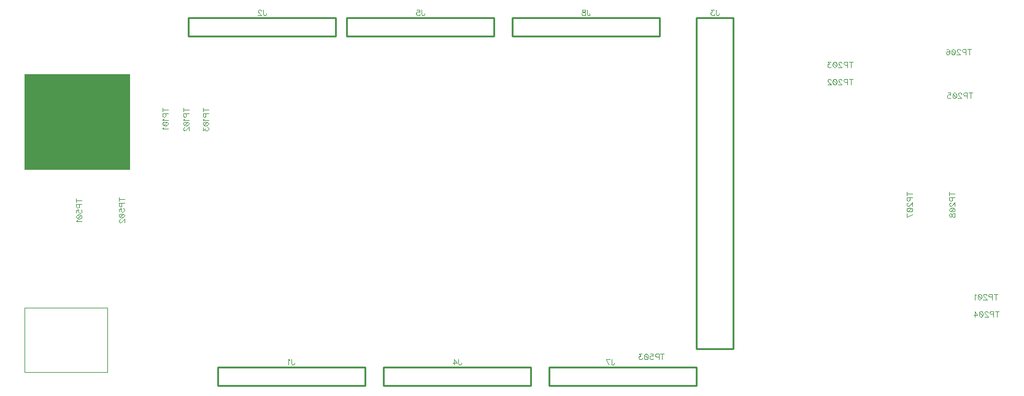
<source format=gbr>
G04 DipTrace 2.4.0.2*
%INBottomSilk.gbr*%
%MOIN*%
%ADD10C,0.0098*%
%ADD13C,0.0014*%
%ADD120C,0.0046*%
%FSLAX44Y44*%
G04*
G70*
G90*
G75*
G01*
%LNBotSilk*%
%LPD*%
X10500Y500D2*
D10*
X18500D1*
Y1500D1*
X10500D1*
Y500D1*
X8900Y19500D2*
X16900D1*
Y20500D1*
X8900D1*
Y19500D1*
X36500Y20500D2*
X38500D1*
Y2500D1*
X36500D1*
Y20500D1*
X19500Y500D2*
X27500D1*
Y1500D1*
X19500D1*
Y500D1*
X17500Y19500D2*
X25500D1*
Y20500D1*
X17500D1*
Y19500D1*
X28500Y500D2*
X36500D1*
Y1500D1*
X28500D1*
Y500D1*
X26500Y19500D2*
X34500D1*
Y20500D1*
X26500D1*
Y19500D1*
X0Y4750D2*
D13*
X4500D1*
Y1250D1*
X0D1*
Y4750D1*
Y17250D2*
X3750D1*
Y12750D1*
X0D1*
Y17250D1*
G36*
Y17437D2*
X5750D1*
Y12250D1*
X0D1*
Y17437D1*
G37*
X14511Y1939D2*
D120*
Y1710D1*
X14525Y1667D1*
X14539Y1652D1*
X14568Y1638D1*
X14597D1*
X14625Y1652D1*
X14640Y1667D1*
X14654Y1710D1*
Y1738D1*
X14418Y1882D2*
X14389Y1896D1*
X14346Y1939D1*
Y1638D1*
X12975Y20939D2*
Y20710D1*
X12989Y20667D1*
X13004Y20652D1*
X13032Y20638D1*
X13061D1*
X13090Y20652D1*
X13104Y20667D1*
X13119Y20710D1*
Y20738D1*
X12868Y20867D2*
Y20882D1*
X12854Y20910D1*
X12839Y20925D1*
X12810Y20939D1*
X12753D1*
X12725Y20925D1*
X12710Y20910D1*
X12696Y20882D1*
Y20853D1*
X12710Y20824D1*
X12739Y20781D1*
X12882Y20638D1*
X12681D1*
X37575Y20939D2*
Y20710D1*
X37589Y20667D1*
X37604Y20652D1*
X37632Y20638D1*
X37661D1*
X37690Y20652D1*
X37704Y20667D1*
X37719Y20710D1*
Y20738D1*
X37454Y20939D2*
X37296D1*
X37382Y20824D1*
X37339D1*
X37310Y20810D1*
X37296Y20796D1*
X37281Y20753D1*
Y20724D1*
X37296Y20681D1*
X37325Y20652D1*
X37368Y20638D1*
X37411D1*
X37454Y20652D1*
X37468Y20667D1*
X37482Y20695D1*
X23582Y1939D2*
Y1710D1*
X23596Y1667D1*
X23611Y1652D1*
X23640Y1638D1*
X23668D1*
X23697Y1652D1*
X23711Y1667D1*
X23726Y1710D1*
Y1738D1*
X23346Y1638D2*
Y1939D1*
X23489Y1738D1*
X23274D1*
X21575Y20939D2*
Y20710D1*
X21589Y20667D1*
X21604Y20652D1*
X21632Y20638D1*
X21661D1*
X21690Y20652D1*
X21704Y20667D1*
X21719Y20710D1*
Y20738D1*
X21310Y20939D2*
X21454D1*
X21468Y20810D1*
X21454Y20824D1*
X21410Y20839D1*
X21368D1*
X21325Y20824D1*
X21296Y20796D1*
X21281Y20753D1*
Y20724D1*
X21296Y20681D1*
X21325Y20652D1*
X21368Y20638D1*
X21410D1*
X21454Y20652D1*
X21468Y20667D1*
X21482Y20695D1*
X31887Y1939D2*
Y1710D1*
X31902Y1667D1*
X31916Y1652D1*
X31945Y1638D1*
X31974D1*
X32002Y1652D1*
X32016Y1667D1*
X32031Y1710D1*
Y1738D1*
X31737Y1638D2*
X31594Y1939D1*
X31795D1*
X30575Y20939D2*
Y20710D1*
X30589Y20667D1*
X30604Y20652D1*
X30632Y20638D1*
X30661D1*
X30690Y20652D1*
X30704Y20667D1*
X30718Y20710D1*
Y20738D1*
X30411Y20939D2*
X30453Y20925D1*
X30468Y20896D1*
Y20867D1*
X30453Y20839D1*
X30425Y20824D1*
X30367Y20810D1*
X30324Y20796D1*
X30296Y20767D1*
X30282Y20738D1*
Y20695D1*
X30296Y20667D1*
X30310Y20652D1*
X30353Y20638D1*
X30411D1*
X30453Y20652D1*
X30468Y20667D1*
X30482Y20695D1*
Y20738D1*
X30468Y20767D1*
X30439Y20796D1*
X30396Y20810D1*
X30339Y20824D1*
X30310Y20839D1*
X30296Y20867D1*
Y20896D1*
X30310Y20925D1*
X30353Y20939D1*
X30411D1*
X7498Y15503D2*
X7800D1*
X7498Y15604D2*
Y15403D1*
X7656Y15310D2*
Y15181D1*
X7642Y15138D1*
X7627Y15124D1*
X7599Y15109D1*
X7556D1*
X7527Y15124D1*
X7512Y15138D1*
X7498Y15181D1*
Y15310D1*
X7800D1*
X7556Y15017D2*
X7541Y14988D1*
X7498Y14945D1*
X7800D1*
X7498Y14766D2*
X7513Y14809D1*
X7556Y14838D1*
X7627Y14852D1*
X7671D1*
X7742Y14838D1*
X7785Y14809D1*
X7800Y14766D1*
Y14737D1*
X7785Y14694D1*
X7742Y14666D1*
X7671Y14651D1*
X7627D1*
X7556Y14666D1*
X7513Y14694D1*
X7498Y14737D1*
Y14766D1*
X7556Y14666D2*
X7742Y14838D1*
X7556Y14559D2*
X7541Y14530D1*
X7498Y14487D1*
X7800D1*
X8623Y15505D2*
X8925D1*
X8623Y15606D2*
Y15405D1*
X8781Y15312D2*
Y15183D1*
X8767Y15140D1*
X8752Y15126D1*
X8724Y15111D1*
X8681D1*
X8652Y15126D1*
X8637Y15140D1*
X8623Y15183D1*
Y15312D1*
X8925D1*
X8681Y15019D2*
X8666Y14990D1*
X8623Y14947D1*
X8925D1*
X8623Y14768D2*
X8638Y14811D1*
X8681Y14840D1*
X8752Y14854D1*
X8796D1*
X8867Y14840D1*
X8910Y14811D1*
X8925Y14768D1*
Y14739D1*
X8910Y14696D1*
X8867Y14668D1*
X8796Y14653D1*
X8752D1*
X8681Y14668D1*
X8638Y14696D1*
X8623Y14739D1*
Y14768D1*
X8681Y14668D2*
X8867Y14840D1*
X8695Y14546D2*
X8681D1*
X8652Y14532D1*
X8638Y14517D1*
X8623Y14489D1*
Y14431D1*
X8638Y14403D1*
X8652Y14388D1*
X8681Y14374D1*
X8709D1*
X8738Y14388D1*
X8781Y14417D1*
X8925Y14561D1*
Y14360D1*
X9686Y15505D2*
X9987D1*
X9686Y15606D2*
Y15405D1*
X9844Y15312D2*
Y15183D1*
X9829Y15140D1*
X9815Y15126D1*
X9786Y15111D1*
X9743D1*
X9715Y15126D1*
X9700Y15140D1*
X9686Y15183D1*
Y15312D1*
X9987D1*
X9743Y15019D2*
X9729Y14990D1*
X9686Y14947D1*
X9987D1*
X9686Y14768D2*
X9700Y14811D1*
X9743Y14840D1*
X9815Y14854D1*
X9858D1*
X9930Y14840D1*
X9973Y14811D1*
X9987Y14768D1*
Y14739D1*
X9973Y14696D1*
X9930Y14668D1*
X9858Y14653D1*
X9815D1*
X9743Y14668D1*
X9700Y14696D1*
X9686Y14739D1*
Y14768D1*
X9743Y14668D2*
X9930Y14840D1*
X9686Y14532D2*
Y14374D1*
X9801Y14460D1*
Y14417D1*
X9815Y14388D1*
X9829Y14374D1*
X9872Y14360D1*
X9901D1*
X9944Y14374D1*
X9973Y14403D1*
X9987Y14446D1*
Y14489D1*
X9973Y14532D1*
X9958Y14546D1*
X9930Y14561D1*
X52773Y5485D2*
Y5183D1*
X52873Y5485D2*
X52672D1*
X52580Y5327D2*
X52450D1*
X52407Y5341D1*
X52393Y5356D1*
X52379Y5384D1*
Y5427D1*
X52393Y5456D1*
X52407Y5470D1*
X52450Y5485D1*
X52580D1*
Y5183D1*
X52271Y5413D2*
Y5427D1*
X52257Y5456D1*
X52243Y5470D1*
X52214Y5484D1*
X52157D1*
X52128Y5470D1*
X52114Y5456D1*
X52099Y5427D1*
Y5398D1*
X52114Y5370D1*
X52142Y5327D1*
X52286Y5183D1*
X52085D1*
X51906Y5484D2*
X51949Y5470D1*
X51978Y5427D1*
X51992Y5355D1*
Y5312D1*
X51978Y5241D1*
X51949Y5197D1*
X51906Y5183D1*
X51878D1*
X51835Y5197D1*
X51806Y5241D1*
X51791Y5312D1*
Y5355D1*
X51806Y5427D1*
X51835Y5470D1*
X51878Y5484D1*
X51906D1*
X51806Y5427D2*
X51978Y5241D1*
X51699Y5427D2*
X51670Y5441D1*
X51627Y5484D1*
Y5183D1*
X44900Y17172D2*
Y16871D1*
X45000Y17172D2*
X44799D1*
X44707Y17014D2*
X44577D1*
X44534Y17029D1*
X44520Y17043D1*
X44506Y17072D1*
Y17115D1*
X44520Y17143D1*
X44534Y17158D1*
X44577Y17172D1*
X44707D1*
Y16871D1*
X44398Y17100D2*
Y17115D1*
X44384Y17143D1*
X44370Y17158D1*
X44341Y17172D1*
X44284D1*
X44255Y17158D1*
X44241Y17143D1*
X44226Y17115D1*
Y17086D1*
X44241Y17057D1*
X44269Y17014D1*
X44413Y16871D1*
X44212D1*
X44033Y17172D2*
X44076Y17158D1*
X44105Y17115D1*
X44119Y17043D1*
Y17000D1*
X44105Y16928D1*
X44076Y16885D1*
X44033Y16871D1*
X44005D1*
X43961Y16885D1*
X43933Y16928D1*
X43918Y17000D1*
Y17043D1*
X43933Y17115D1*
X43961Y17158D1*
X44005Y17172D1*
X44033D1*
X43933Y17115D2*
X44105Y16928D1*
X43811Y17100D2*
Y17115D1*
X43797Y17143D1*
X43783Y17158D1*
X43754Y17172D1*
X43696D1*
X43668Y17158D1*
X43654Y17143D1*
X43639Y17115D1*
Y17086D1*
X43654Y17057D1*
X43682Y17014D1*
X43826Y16871D1*
X43625D1*
X44900Y18110D2*
Y17808D1*
X45000Y18110D2*
X44799D1*
X44707Y17952D2*
X44577D1*
X44534Y17966D1*
X44520Y17981D1*
X44506Y18009D1*
Y18052D1*
X44520Y18081D1*
X44534Y18095D1*
X44577Y18110D1*
X44707D1*
Y17808D1*
X44398Y18038D2*
Y18052D1*
X44384Y18081D1*
X44370Y18095D1*
X44341Y18109D1*
X44284D1*
X44255Y18095D1*
X44241Y18081D1*
X44226Y18052D1*
Y18023D1*
X44241Y17994D1*
X44269Y17952D1*
X44413Y17808D1*
X44212D1*
X44033Y18109D2*
X44076Y18095D1*
X44105Y18052D1*
X44119Y17980D1*
Y17937D1*
X44105Y17865D1*
X44076Y17822D1*
X44033Y17808D1*
X44005D1*
X43961Y17822D1*
X43933Y17865D1*
X43918Y17937D1*
Y17980D1*
X43933Y18052D1*
X43961Y18095D1*
X44005Y18109D1*
X44033D1*
X43933Y18052D2*
X44105Y17865D1*
X43797Y18109D2*
X43639D1*
X43725Y17994D1*
X43682D1*
X43654Y17980D1*
X43639Y17966D1*
X43625Y17923D1*
Y17894D1*
X43639Y17851D1*
X43668Y17822D1*
X43711Y17808D1*
X43754D1*
X43797Y17822D1*
X43811Y17837D1*
X43826Y17865D1*
X52844Y4547D2*
Y4246D1*
X52945Y4547D2*
X52744D1*
X52651Y4389D2*
X52522D1*
X52479Y4404D1*
X52464Y4418D1*
X52450Y4447D1*
Y4490D1*
X52464Y4518D1*
X52479Y4533D1*
X52522Y4547D1*
X52651D1*
Y4246D1*
X52343Y4475D2*
Y4489D1*
X52329Y4518D1*
X52314Y4533D1*
X52286Y4547D1*
X52228D1*
X52200Y4533D1*
X52185Y4518D1*
X52171Y4489D1*
Y4461D1*
X52185Y4432D1*
X52214Y4389D1*
X52358Y4246D1*
X52157D1*
X51978Y4547D2*
X52021Y4533D1*
X52050Y4489D1*
X52064Y4418D1*
Y4375D1*
X52050Y4303D1*
X52021Y4260D1*
X51978Y4246D1*
X51949D1*
X51906Y4260D1*
X51878Y4303D1*
X51863Y4375D1*
Y4418D1*
X51878Y4489D1*
X51906Y4533D1*
X51949Y4547D1*
X51978D1*
X51878Y4489D2*
X52050Y4303D1*
X51627Y4246D2*
Y4547D1*
X51770Y4346D1*
X51555D1*
X51405Y16424D2*
Y16122D1*
X51506Y16424D2*
X51305D1*
X51212Y16266D2*
X51083D1*
X51040Y16280D1*
X51025Y16295D1*
X51011Y16323D1*
Y16366D1*
X51025Y16395D1*
X51040Y16410D1*
X51083Y16424D1*
X51212D1*
Y16122D1*
X50904Y16352D2*
Y16366D1*
X50890Y16395D1*
X50875Y16409D1*
X50846Y16423D1*
X50789D1*
X50761Y16409D1*
X50746Y16395D1*
X50732Y16366D1*
Y16338D1*
X50746Y16309D1*
X50775Y16266D1*
X50918Y16122D1*
X50717D1*
X50539Y16423D2*
X50582Y16409D1*
X50611Y16366D1*
X50625Y16294D1*
Y16251D1*
X50611Y16180D1*
X50582Y16137D1*
X50539Y16122D1*
X50510D1*
X50467Y16137D1*
X50438Y16180D1*
X50424Y16251D1*
Y16294D1*
X50438Y16366D1*
X50467Y16409D1*
X50510Y16423D1*
X50539D1*
X50438Y16366D2*
X50611Y16180D1*
X50159Y16423D2*
X50302D1*
X50317Y16294D1*
X50302Y16309D1*
X50259Y16323D1*
X50217D1*
X50173Y16309D1*
X50145Y16280D1*
X50130Y16237D1*
Y16209D1*
X50145Y16165D1*
X50173Y16137D1*
X50217Y16122D1*
X50259D1*
X50302Y16137D1*
X50317Y16151D1*
X50331Y16180D1*
X51335Y18799D2*
Y18498D1*
X51436Y18799D2*
X51235D1*
X51142Y18641D2*
X51013D1*
X50970Y18655D1*
X50956Y18670D1*
X50941Y18699D1*
Y18742D1*
X50956Y18770D1*
X50970Y18785D1*
X51013Y18799D1*
X51142D1*
Y18498D1*
X50834Y18727D2*
Y18741D1*
X50820Y18770D1*
X50806Y18784D1*
X50777Y18799D1*
X50719D1*
X50691Y18784D1*
X50677Y18770D1*
X50662Y18741D1*
Y18713D1*
X50677Y18684D1*
X50705Y18641D1*
X50849Y18498D1*
X50648D1*
X50469Y18799D2*
X50512Y18784D1*
X50541Y18741D1*
X50555Y18670D1*
Y18627D1*
X50541Y18555D1*
X50512Y18512D1*
X50469Y18498D1*
X50440D1*
X50397Y18512D1*
X50369Y18555D1*
X50354Y18627D1*
Y18670D1*
X50369Y18741D1*
X50397Y18784D1*
X50440Y18799D1*
X50469D1*
X50369Y18741D2*
X50541Y18555D1*
X50089Y18756D2*
X50104Y18784D1*
X50147Y18799D1*
X50175D1*
X50218Y18784D1*
X50247Y18741D1*
X50261Y18670D1*
Y18598D1*
X50247Y18541D1*
X50218Y18512D1*
X50175Y18498D1*
X50161D1*
X50118Y18512D1*
X50089Y18541D1*
X50075Y18584D1*
Y18598D1*
X50089Y18641D1*
X50118Y18670D1*
X50161Y18684D1*
X50175D1*
X50218Y18670D1*
X50247Y18641D1*
X50261Y18598D1*
X47936Y10945D2*
X48237D1*
X47936Y11045D2*
Y10844D1*
X48094Y10752D2*
Y10623D1*
X48079Y10580D1*
X48065Y10565D1*
X48036Y10551D1*
X47993D1*
X47965Y10565D1*
X47950Y10580D1*
X47936Y10623D1*
Y10752D1*
X48237D1*
X48008Y10444D2*
X47993D1*
X47965Y10429D1*
X47950Y10415D1*
X47936Y10386D1*
Y10329D1*
X47950Y10300D1*
X47965Y10286D1*
X47993Y10272D1*
X48022D1*
X48051Y10286D1*
X48094Y10315D1*
X48237Y10458D1*
Y10257D1*
X47936Y10078D2*
X47950Y10122D1*
X47993Y10150D1*
X48065Y10165D1*
X48108D1*
X48180Y10150D1*
X48223Y10122D1*
X48237Y10078D1*
Y10050D1*
X48223Y10007D1*
X48180Y9978D1*
X48108Y9964D1*
X48065D1*
X47993Y9978D1*
X47950Y10007D1*
X47936Y10050D1*
Y10078D1*
X47993Y9978D2*
X48180Y10150D1*
X48237Y9814D2*
X47936Y9670D1*
Y9871D1*
X50248Y10945D2*
X50550D1*
X50248Y11045D2*
Y10844D1*
X50406Y10752D2*
Y10622D1*
X50392Y10580D1*
X50377Y10565D1*
X50349Y10551D1*
X50306D1*
X50277Y10565D1*
X50262Y10580D1*
X50248Y10622D1*
Y10752D1*
X50550D1*
X50320Y10444D2*
X50306D1*
X50277Y10429D1*
X50263Y10415D1*
X50248Y10386D1*
Y10329D1*
X50263Y10300D1*
X50277Y10286D1*
X50306Y10271D1*
X50334D1*
X50363Y10286D1*
X50406Y10315D1*
X50550Y10458D1*
Y10257D1*
X50248Y10078D2*
X50263Y10121D1*
X50306Y10150D1*
X50377Y10165D1*
X50421D1*
X50492Y10150D1*
X50535Y10121D1*
X50550Y10078D1*
Y10050D1*
X50535Y10007D1*
X50492Y9978D1*
X50421Y9964D1*
X50377D1*
X50306Y9978D1*
X50263Y10007D1*
X50248Y10050D1*
Y10078D1*
X50306Y9978D2*
X50492Y10150D1*
X50248Y9799D2*
X50263Y9842D1*
X50291Y9857D1*
X50320D1*
X50349Y9842D1*
X50363Y9814D1*
X50377Y9756D1*
X50392Y9713D1*
X50421Y9685D1*
X50449Y9670D1*
X50492D1*
X50521Y9685D1*
X50535Y9699D1*
X50550Y9742D1*
Y9799D1*
X50535Y9842D1*
X50521Y9857D1*
X50492Y9871D1*
X50449D1*
X50421Y9857D1*
X50392Y9828D1*
X50377Y9785D1*
X50363Y9728D1*
X50349Y9699D1*
X50320Y9685D1*
X50291D1*
X50263Y9699D1*
X50248Y9742D1*
Y9799D1*
X2811Y10568D2*
X3112D1*
X2811Y10668D2*
Y10467D1*
X2969Y10375D2*
Y10246D1*
X2954Y10203D1*
X2940Y10188D1*
X2911Y10174D1*
X2868D1*
X2840Y10188D1*
X2825Y10203D1*
X2811Y10246D1*
Y10375D1*
X3112D1*
X2811Y9909D2*
Y10052D1*
X2940Y10067D1*
X2926Y10052D1*
X2911Y10009D1*
Y9967D1*
X2926Y9923D1*
X2954Y9895D1*
X2997Y9880D1*
X3026D1*
X3069Y9895D1*
X3098Y9923D1*
X3112Y9967D1*
Y10009D1*
X3098Y10052D1*
X3083Y10067D1*
X3055Y10081D1*
X2811Y9701D2*
X2825Y9745D1*
X2868Y9773D1*
X2940Y9788D1*
X2983D1*
X3055Y9773D1*
X3098Y9745D1*
X3112Y9701D1*
Y9673D1*
X3098Y9630D1*
X3055Y9601D1*
X2983Y9587D1*
X2940D1*
X2868Y9601D1*
X2825Y9630D1*
X2811Y9673D1*
Y9701D1*
X2868Y9601D2*
X3055Y9773D1*
X2868Y9494D2*
X2854Y9465D1*
X2811Y9422D1*
X3112D1*
X5123Y10632D2*
X5425D1*
X5123Y10733D2*
Y10532D1*
X5281Y10439D2*
Y10310D1*
X5267Y10267D1*
X5252Y10253D1*
X5224Y10238D1*
X5181D1*
X5152Y10253D1*
X5137Y10267D1*
X5123Y10310D1*
Y10439D1*
X5425D1*
X5124Y9974D2*
Y10117D1*
X5252Y10131D1*
X5238Y10117D1*
X5224Y10074D1*
Y10031D1*
X5238Y9988D1*
X5267Y9959D1*
X5310Y9945D1*
X5338D1*
X5381Y9959D1*
X5410Y9988D1*
X5425Y10031D1*
Y10074D1*
X5410Y10117D1*
X5396Y10131D1*
X5367Y10146D1*
X5124Y9766D2*
X5138Y9809D1*
X5181Y9838D1*
X5252Y9852D1*
X5296D1*
X5367Y9838D1*
X5410Y9809D1*
X5425Y9766D1*
Y9737D1*
X5410Y9694D1*
X5367Y9666D1*
X5296Y9651D1*
X5252D1*
X5181Y9666D1*
X5138Y9694D1*
X5124Y9737D1*
Y9766D1*
X5181Y9666D2*
X5367Y9838D1*
X5195Y9544D2*
X5181D1*
X5152Y9530D1*
X5138Y9515D1*
X5124Y9487D1*
X5123Y9429D1*
X5138Y9401D1*
X5152Y9386D1*
X5181Y9372D1*
X5209D1*
X5238Y9386D1*
X5281Y9415D1*
X5425Y9559D1*
Y9358D1*
X34650Y2234D2*
Y1933D1*
X34750Y2234D2*
X34549D1*
X34457Y2077D2*
X34327D1*
X34284Y2091D1*
X34270Y2105D1*
X34256Y2134D1*
Y2177D1*
X34270Y2206D1*
X34284Y2220D1*
X34327Y2234D1*
X34457D1*
Y1933D1*
X33991Y2234D2*
X34134D1*
X34148Y2105D1*
X34134Y2119D1*
X34091Y2134D1*
X34048D1*
X34005Y2119D1*
X33976Y2091D1*
X33962Y2048D1*
Y2019D1*
X33976Y1976D1*
X34005Y1947D1*
X34048Y1933D1*
X34091D1*
X34134Y1947D1*
X34148Y1962D1*
X34163Y1990D1*
X33783Y2234D2*
X33826Y2220D1*
X33855Y2177D1*
X33869Y2105D1*
Y2062D1*
X33855Y1990D1*
X33826Y1947D1*
X33783Y1933D1*
X33755D1*
X33712Y1947D1*
X33683Y1990D1*
X33668Y2062D1*
Y2105D1*
X33683Y2177D1*
X33712Y2220D1*
X33755Y2234D1*
X33783D1*
X33683Y2177D2*
X33855Y1990D1*
X33547Y2234D2*
X33389D1*
X33475Y2119D1*
X33432D1*
X33404Y2105D1*
X33389Y2091D1*
X33375Y2048D1*
Y2019D1*
X33389Y1976D1*
X33418Y1947D1*
X33461Y1933D1*
X33504D1*
X33547Y1947D1*
X33561Y1962D1*
X33576Y1990D1*
M02*

</source>
